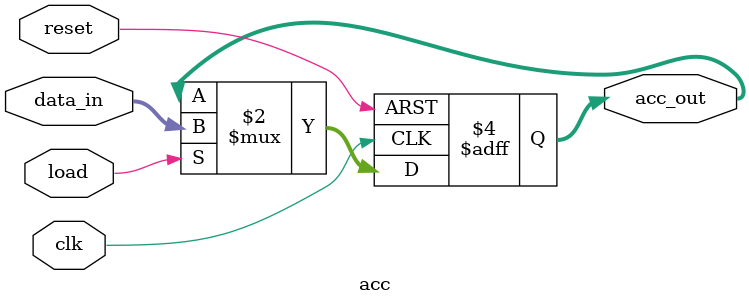
<source format=v>

module acc(
    input clk,               
    input reset,              // Synchronous reset (active high)
    input load,               // Load enable signal (when high, load data_in into accumulator)
    input [7:0] data_in,      // Data input 
    output reg [7:0] acc_out  // 8-bit accumulator output
);
    // acc_out is Accumulator output, which is an 8-bit register.
    always @(posedge clk or posedge reset) begin
        if (reset) begin
           acc_out <= 8'd0;   
        end 
        else if (load) begin
            acc_out <= data_in; 
        end
    end

endmodule

</source>
